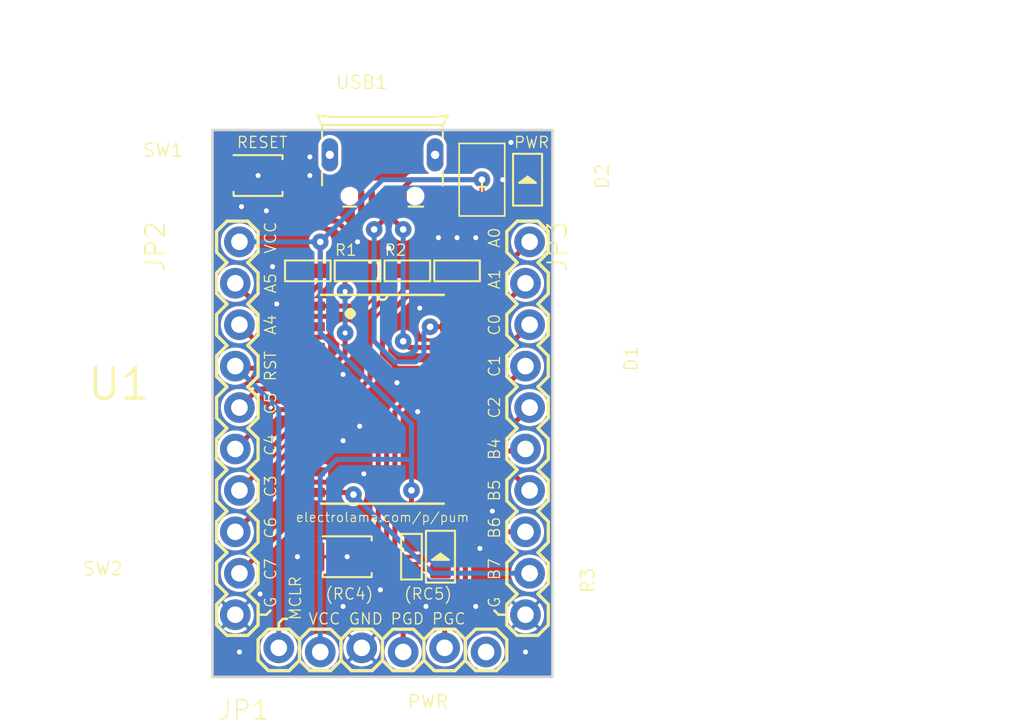
<source format=kicad_pcb>
(kicad_pcb (version 20211014) (generator pcbnew)
  (layers (0 "F.Cu" signal) (31 "B.Cu" signal) (34 "B.Paste" user) (35 "F.Paste" user) (36 "B.SilkS" user "B.Silkscreen") (37 "F.SilkS" user "F.Silkscreen") (38 "B.Mask" user) (39 "F.Mask" user) (44 "Edge.Cuts" user))
  (net 0 "")
  (net 1 "VUSB")
  (net 2 "MCLR")
  (net 3 "RA4")
  (net 4 "RA5")
  (net 5 "RC3")
  (net 6 "RC4")
  (net 7 "RC5")
  (net 8 "RC6")
  (net 9 "RC7")
  (net 10 "RA0/DP")
  (net 11 "RA1/DM")
  (net 12 "RC0/PGD")
  (net 13 "RC1/PGC")
  (net 14 "RC2")
  (net 15 "RB4")
  (net 16 "RB5")
  (net 17 "RB6")
  (net 18 "RB7")
  (net 19 "GND")
  (net 20 "VCC")
  (net 21 "N$1")
  (net 22 "N$3")
  (footprint "eagleBoard:R0603" (layer "F.Cu") (at 150.2791 114.4016)
    (fp_text reference "R3" (at 10.795 2.286 90) (layer "F.SilkS") (effects (font (size 0.801967 0.801967) (thickness 0.087033)) (justify left)))
    (fp_text value "200R 1/10W")
    (pad "1" smd roundrect (at 0 -0.762 270) (size 0.889 0.889) (layers "F.Cu" "F.Paste" "F.Mask") (roundrect_rratio 0.125) (net 20 "VCC"))
    (pad "2" smd roundrect (at 0 0.762 270) (size 0.889 0.889) (layers "F.Cu" "F.Paste" "F.Mask") (roundrect_rratio 0.125) (net 22 "N$3"))
  )
  (footprint "eagleBoard:R0603" (layer "F.Cu") (at 150.0251 96.8756 90)
    (fp_text reference "R2" (at 1.27 0) (layer "F.SilkS") (effects (font (size 0.682879 0.682879) (thickness 0.079121)) (justify right)))
    (fp_text value "200R 1/10W")
    (pad "1" smd roundrect (at 0 -0.762) (size 0.889 0.889) (layers "F.Cu" "F.Paste" "F.Mask") (roundrect_rratio 0.125) (net 7 "RC5"))
    (pad "2" smd roundrect (at 0 0.762) (size 0.889 0.889) (layers "F.Cu" "F.Paste" "F.Mask") (roundrect_rratio 0.125) (net 21 "N$1"))
  )
  (footprint "eagleBoard:1X10_LOCK" (layer "F.Cu") (at 157.3911 95.0976 -90)
    (fp_text reference "JP3" (at -1.3462 -1.8288 90) (layer "F.SilkS") (effects (font (size 1.1557 1.1557) (thickness 0.1143)) (justify right)))
    (fp_text value "M10LOCK")
    (pad "1" thru_hole circle (at 0 -0.127) (size 1.8796 1.8796) (drill 1.016) (layers *.Cu *.Mask) (net 10 "RA0/DP"))
    (pad "2" thru_hole circle (at 2.54 0.127) (size 1.8796 1.8796) (drill 1.016) (layers *.Cu *.Mask) (net 11 "RA1/DM"))
    (pad "3" thru_hole circle (at 5.08 -0.127) (size 1.8796 1.8796) (drill 1.016) (layers *.Cu *.Mask) (net 12 "RC0/PGD"))
    (pad "4" thru_hole circle (at 7.62 0.127) (size 1.8796 1.8796) (drill 1.016) (layers *.Cu *.Mask) (net 13 "RC1/PGC"))
    (pad "5" thru_hole circle (at 10.16 -0.127) (size 1.8796 1.8796) (drill 1.016) (layers *.Cu *.Mask) (net 14 "RC2"))
    (pad "6" thru_hole circle (at 12.7 0.127) (size 1.8796 1.8796) (drill 1.016) (layers *.Cu *.Mask) (net 15 "RB4"))
    (pad "7" thru_hole circle (at 15.24 -0.127) (size 1.8796 1.8796) (drill 1.016) (layers *.Cu *.Mask) (net 16 "RB5"))
    (pad "8" thru_hole circle (at 17.78 0.127) (size 1.8796 1.8796) (drill 1.016) (layers *.Cu *.Mask) (net 17 "RB6"))
    (pad "9" thru_hole circle (at 20.32 -0.127) (size 1.8796 1.8796) (drill 1.016) (layers *.Cu *.Mask) (net 18 "RB7"))
    (pad "10" thru_hole circle (at 22.86 0.127) (size 1.8796 1.8796) (drill 1.016) (layers *.Cu *.Mask) (net 19 "GND"))
  )
  (footprint "eagleBoard:R0603" (layer "F.Cu") (at 146.9771 96.8756 90)
    (fp_text reference "R1" (at 1.27 0) (layer "F.SilkS") (effects (font (size 0.682879 0.682879) (thickness 0.079121)) (justify right)))
    (fp_text value "10K")
    (pad "1" smd roundrect (at 0 -0.762) (size 0.889 0.889) (layers "F.Cu" "F.Paste" "F.Mask") (roundrect_rratio 0.125) (net 2 "MCLR"))
    (pad "2" smd roundrect (at 0 0.762) (size 0.889 0.889) (layers "F.Cu" "F.Paste" "F.Mask") (roundrect_rratio 0.125) (net 20 "VCC"))
  )
  (footprint "eagleBoard:1X10_LOCK" (layer "F.Cu") (at 139.6111 95.0976 -90)
    (fp_text reference "JP2" (at -1.3462 5.0292 90) (layer "F.SilkS") (effects (font (size 1.1557 1.1557) (thickness 0.1143)) (justify right)))
    (fp_text value "M10LOCK")
    (pad "1" thru_hole circle (at 0 -0.127) (size 1.8796 1.8796) (drill 1.016) (layers *.Cu *.Mask) (net 20 "VCC"))
    (pad "2" thru_hole circle (at 2.54 0.127) (size 1.8796 1.8796) (drill 1.016) (layers *.Cu *.Mask) (net 4 "RA5"))
    (pad "3" thru_hole circle (at 5.08 -0.127) (size 1.8796 1.8796) (drill 1.016) (layers *.Cu *.Mask) (net 3 "RA4"))
    (pad "4" thru_hole circle (at 7.62 0.127) (size 1.8796 1.8796) (drill 1.016) (layers *.Cu *.Mask) (net 2 "MCLR"))
    (pad "5" thru_hole circle (at 10.16 -0.127) (size 1.8796 1.8796) (drill 1.016) (layers *.Cu *.Mask) (net 7 "RC5"))
    (pad "6" thru_hole circle (at 12.7 0.127) (size 1.8796 1.8796) (drill 1.016) (layers *.Cu *.Mask) (net 6 "RC4"))
    (pad "7" thru_hole circle (at 15.24 -0.127) (size 1.8796 1.8796) (drill 1.016) (layers *.Cu *.Mask) (net 5 "RC3"))
    (pad "8" thru_hole circle (at 17.78 0.127) (size 1.8796 1.8796) (drill 1.016) (layers *.Cu *.Mask) (net 8 "RC6"))
    (pad "9" thru_hole circle (at 20.32 -0.127) (size 1.8796 1.8796) (drill 1.016) (layers *.Cu *.Mask) (net 9 "RC7"))
    (pad "10" thru_hole circle (at 22.86 0.127) (size 1.8796 1.8796) (drill 1.016) (layers *.Cu *.Mask) (net 19 "GND"))
  )
  (footprint "eagleBoard:C0603" (layer "F.Cu") (at 153.0731 96.8756 -90)
    (fp_text reference "C1")
    (fp_text value "1uf")
    (pad "1" smd roundrect (at 0 -0.762 180) (size 0.889 0.889) (layers "F.Cu" "F.Paste" "F.Mask") (roundrect_rratio 0.125) (net 19 "GND"))
    (pad "2" smd roundrect (at 0 0.762 180) (size 0.889 0.889) (layers "F.Cu" "F.Paste" "F.Mask") (roundrect_rratio 0.125) (net 1 "VUSB"))
  )
  (footprint "eagleBoard:MICRO-USB5+4P-SMD-0.65-B" (layer "F.Cu") (at 148.5011 92.9386 180)
    (fp_text reference "USB1" (at -0.381 7.62) (layer "F.SilkS") (effects (font (size 0.801967 0.801967) (thickness 0.087033)) (justify right)))
    (fp_text value "ST-USB-001G")
    (pad "" np_thru_hole circle (at -2 0.65 180) (size 0.635 0.635) (drill 0.635) (layers *.Cu *.Mask))
    (pad "" np_thru_hole circle (at 2 0.65 180) (size 0.635 0.635) (drill 0.635) (layers *.Cu *.Mask))
    (pad "1" smd roundrect (at -1.3 0.25) (size 0.381 1.524) (layers "F.Cu" "F.Paste" "F.Mask") (net 20 "VCC"))
    (pad "2" smd roundrect (at -0.65 0.25) (size 0.381 1.524) (layers "F.Cu" "F.Paste" "F.Mask") (net 11 "RA1/DM"))
    (pad "3" smd roundrect (at 0 0.25) (size 0.381 1.524) (layers "F.Cu" "F.Paste" "F.Mask") (net 10 "RA0/DP"))
    (pad "4" smd roundrect (at 0.65 0.25) (size 0.381 1.524) (layers "F.Cu" "F.Paste" "F.Mask"))
    (pad "5" smd roundrect (at 1.3 0.25) (size 0.381 1.524) (layers "F.Cu" "F.Paste" "F.Mask") (net 19 "GND"))
    (pad "S1" smd roundrect (at -3.4 0.427 270) (size 1.397 1.6) (layers "F.Cu" "F.Paste" "F.Mask"))
    (pad "S2" thru_hole oval (at -3.2258 3.175 270) (size 2.032 1.016) (drill 0.508) (layers *.Cu *.Mask))
    (pad "S3" smd roundrect (at -1 3.5 180) (size 1.5 1.5) (layers "F.Cu" "F.Paste" "F.Mask"))
    (pad "S4" smd roundrect (at 1 3.5 180) (size 1.5 1.5) (layers "F.Cu" "F.Paste" "F.Mask"))
    (pad "S5" thru_hole oval (at 3.2258 3.175 270) (size 2.032 1.016) (drill 0.508) (layers *.Cu *.Mask))
    (pad "S6" smd roundrect (at 3.4 0.427 270) (size 1.397 1.6) (layers "F.Cu" "F.Paste" "F.Mask"))
    (zone (net 0) (net_name "") (layer "F.Cu") (connect_pads (clearance 0)) (min_thickness 0.254)
      (keepout (tracks not_allowed) (vias not_allowed) (pads not_allowed) (copperpour not_allowed) (footprints allowed))
      (fill (thermal_gap 0.508) (thermal_bridge_width 0.508))
      (polygon (pts (xy 150.0011 91.3386) (xy 147.0011 91.3386) (xy 147.0011 91.7386) (xy 150.0011 91.7386)))
    )
  )
  (footprint "eagleBoard:1X06_LOCK" (layer "F.Cu") (at 142.1511 119.9896)
    (fp_text reference "JP1" (at -3.81 3.81) (layer "F.SilkS") (effects (font (size 1.176528 1.176528) (thickness 0.093472)) (justify left)))
    (fp_text value "")
    (pad "1" thru_hole circle (at 0 0) (size 1.8796 1.8796) (drill 1.016) (layers *.Cu *.Mask) (net 2 "MCLR"))
    (pad "2" thru_hole circle (at 2.54 0.254) (size 1.8796 1.8796) (drill 1.016) (layers *.Cu *.Mask) (net 20 "VCC"))
    (pad "3" thru_hole circle (at 5.08 0) (size 1.8796 1.8796) (drill 1.016) (layers *.Cu *.Mask) (net 19 "GND"))
    (pad "4" thru_hole circle (at 7.62 0.254) (size 1.8796 1.8796) (drill 1.016) (layers *.Cu *.Mask) (net 12 "RC0/PGD"))
    (pad "5" thru_hole circle (at 10.16 0) (size 1.8796 1.8796) (drill 1.016) (layers *.Cu *.Mask) (net 13 "RC1/PGC"))
    (pad "6" thru_hole circle (at 12.7 0.254) (size 1.8796 1.8796) (drill 1.016) (layers *.Cu *.Mask))
  )
  (footprint "eagleBoard:SW2-2.6-3.0X2.5X1.2+0.4MM" (layer "F.Cu") (at 140.8811 91.0336 180)
    (fp_text reference "SW1" (at 4.55 1.548) (layer "F.SilkS") (effects (font (size 0.801967 0.801967) (thickness 0.087033)) (justify right)))
    (fp_text value "B3U-1000P-2P-SMD")
    (pad "1" smd rect (at -1.9 0 270) (size 1.7 1) (layers "F.Cu" "F.Paste" "F.Mask") (net 2 "MCLR"))
    (pad "2" smd rect (at 1.9 0 270) (size 1.7 1) (layers "F.Cu" "F.Paste" "F.Mask") (net 19 "GND"))
  )
  (footprint "eagleBoard:AVX-B" (layer "F.Cu") (at 154.5971 91.2876 90)
    (fp_text reference "C3")
    (fp_text value "22uf")
    (pad "+" smd rect (at -1.4605 0 90) (size 1.143 2.286) (layers "F.Cu" "F.Paste" "F.Mask") (net 20 "VCC"))
    (pad "-" smd rect (at 1.4605 0 270) (size 1.143 2.286) (layers "F.Cu" "F.Paste" "F.Mask") (net 19 "GND"))
  )
  (footprint "eagleBoard:LED-0805" (layer "F.Cu") (at 157.3911 91.2876 90)
    (fp_text reference "D2" (at -0.635 4.572 90) (layer "F.SilkS") (effects (font (size 0.801967 0.801967) (thickness 0.087033)) (justify left)))
    (fp_text value "YELLOW-0805")
    (pad "+" smd roundrect (at -0.889 0 90) (size 0.889 1.27) (layers "F.Cu" "F.Paste" "F.Mask") (roundrect_rratio 0.125) (net 21 "N$1"))
    (pad "-" smd roundrect (at 0.889 0 90) (size 0.889 1.27) (layers "F.Cu" "F.Paste" "F.Mask") (roundrect_rratio 0.125) (net 19 "GND"))
  )
  (footprint "eagleBoard:C0603" (layer "F.Cu") (at 143.9291 96.8756 90)
    (fp_text reference "C2")
    (fp_text value "100nf")
    (pad "1" smd roundrect (at 0 -0.762) (size 0.889 0.889) (layers "F.Cu" "F.Paste" "F.Mask") (roundrect_rratio 0.125) (net 19 "GND"))
    (pad "2" smd roundrect (at 0 0.762) (size 0.889 0.889) (layers "F.Cu" "F.Paste" "F.Mask") (roundrect_rratio 0.125) (net 20 "VCC"))
  )
  (footprint "eagleBoard:LED-0805" (layer "F.Cu") (at 152.0571 114.4016 90)
    (fp_text reference "D1" (at 11.303 11.684 90) (layer "F.SilkS") (effects (font (size 0.801967 0.801967) (thickness 0.087033)) (justify left)))
    (fp_text value "GREEN-0805")
    (pad "+" smd roundrect (at -0.889 0 90) (size 0.889 1.27) (layers "F.Cu" "F.Paste" "F.Mask") (roundrect_rratio 0.125) (net 22 "N$3"))
    (pad "-" smd roundrect (at 0.889 0 90) (size 0.889 1.27) (layers "F.Cu" "F.Paste" "F.Mask") (roundrect_rratio 0.125) (net 19 "GND"))
  )
  (footprint "eagleBoard:SOIC127P1030X265-20N" (layer "F.Cu") (at 148.5011 104.7496)
    (fp_text reference "U1" (at -18.161 -0.9398) (layer "F.SilkS") (effects (font (size 1.895348 1.895348) (thickness 0.187452)) (justify left)))
    (fp_text value "PIC16F1459-I/SO")
    (fp_text user "." (at -2.794 -4.8768) (layer "F.SilkS") (effects (font (size 2.032 2.032) (thickness 0.508)) (justify left bottom)))
    (pad "1" smd rect (at -4.5212 -5.715) (size 1.9812 0.5588) (layers "F.Cu" "F.Paste" "F.Mask") (net 20 "VCC"))
    (pad "2" smd rect (at -4.5212 -4.445) (size 1.9812 0.5588) (layers "F.Cu" "F.Paste" "F.Mask") (net 4 "RA5"))
    (pad "3" smd rect (at -4.5212 -3.175) (size 1.9812 0.5588) (layers "F.Cu" "F.Paste" "F.Mask") (net 3 "RA4"))
    (pad "4" smd rect (at -4.5212 -1.905) (size 1.9812 0.5588) (layers "F.Cu" "F.Paste" "F.Mask") (net 2 "MCLR"))
    (pad "5" smd rect (at -4.5212 -0.635) (size 1.9812 0.5588) (layers "F.Cu" "F.Paste" "F.Mask") (net 7 "RC5"))
    (pad "6" smd rect (at -4.5212 0.635) (size 1.9812 0.5588) (layers "F.Cu" "F.Paste" "F.Mask") (net 6 "RC4"))
    (pad "7" smd rect (at -4.5212 1.905) (size 1.9812 0.5588) (layers "F.Cu" "F.Paste" "F.Mask") (net 5 "RC3"))
    (pad "8" smd rect (at -4.5212 3.175) (size 1.9812 0.5588) (layers "F.Cu" "F.Paste" "F.Mask") (net 8 "RC6"))
    (pad "9" smd rect (at -4.5212 4.445) (size 1.9812 0.5588) (layers "F.Cu" "F.Paste" "F.Mask") (net 9 "RC7"))
    (pad "10" smd rect (at -4.5212 5.715) (size 1.9812 0.5588) (layers "F.Cu" "F.Paste" "F.Mask") (net 18 "RB7"))
    (pad "11" smd rect (at 4.5212 5.715) (size 1.9812 0.5588) (layers "F.Cu" "F.Paste" "F.Mask") (net 17 "RB6"))
    (pad "12" smd rect (at 4.5212 4.445) (size 1.9812 0.5588) (layers "F.Cu" "F.Paste" "F.Mask") (net 16 "RB5"))
    (pad "13" smd rect (at 4.5212 3.175) (size 1.9812 0.5588) (layers "F.Cu" "F.Paste" "F.Mask") (net 15 "RB4"))
    (pad "14" smd rect (at 4.5212 1.905) (size 1.9812 0.5588) (layers "F.Cu" "F.Paste" "F.Mask") (net 14 "RC2"))
    (pad "15" smd rect (at 4.5212 0.635) (size 1.9812 0.5588) (layers "F.Cu" "F.Paste" "F.Mask") (net 13 "RC1/PGC"))
    (pad "16" smd rect (at 4.5212 -0.635) (size 1.9812 0.5588) (layers "F.Cu" "F.Paste" "F.Mask") (net 12 "RC0/PGD"))
    (pad "17" smd rect (at 4.5212 -1.905) (size 1.9812 0.5588) (layers "F.Cu" "F.Paste" "F.Mask") (net 1 "VUSB"))
    (pad "18" smd rect (at 4.5212 -3.175) (size 1.9812 0.5588) (layers "F.Cu" "F.Paste" "F.Mask") (net 11 "RA1/DM"))
    (pad "19" smd rect (at 4.5212 -4.445) (size 1.9812 0.5588) (layers "F.Cu" "F.Paste" "F.Mask") (net 10 "RA0/DP"))
    (pad "20" smd rect (at 4.5212 -5.715) (size 1.9812 0.5588) (layers "F.Cu" "F.Paste" "F.Mask") (net 19 "GND"))
  )
  (footprint "eagleBoard:SW2-2.6-3.0X2.5X1.2+0.4MM" (layer "F.Cu") (at 146.3421 114.4016 180)
    (fp_text reference "SW2" (at 13.694 -0.738) (layer "F.SilkS") (effects (font (size 0.801967 0.801967) (thickness 0.087033)) (justify right)))
    (fp_text value "B3U-1000P-2P-SMD")
    (pad "1" smd rect (at -1.9 0 270) (size 1.7 1) (layers "F.Cu" "F.Paste" "F.Mask") (net 6 "RC4"))
    (pad "2" smd rect (at 1.9 0 270) (size 1.7 1) (layers "F.Cu" "F.Paste" "F.Mask") (net 19 "GND"))
  )
  (gr_line (start 156.1211 117.9576) (end 155.6131 117.9576) (layer "F.SilkS") (width 0.1524))
  (gr_line (start 140.8811 117.9576) (end 141.3891 117.9576) (layer "F.SilkS") (width 0.1524))
  (gr_line (start 155.6131 117.9576) (end 155.3591 117.7036) (layer "F.SilkS") (width 0.1524))
  (gr_line (start 141.3891 117.9576) (end 141.6431 117.7036) (layer "F.SilkS") (width 0.1524))
  (gr_line (start 142.1511 118.4656) (end 142.4051 118.2116) (layer "F.SilkS") (width 0.1524))
  (gr_line (start 142.1511 118.7196) (end 142.1511 118.4656) (layer "F.SilkS") (width 0.1524))
  (gr_line (start 142.4051 118.2116) (end 142.6591 118.2116) (layer "F.SilkS") (width 0.1524))
  (gr_line (start 138.0871 121.7676) (end 158.9151 121.7676) (layer "Edge.Cuts") (width 0.1524))
  (gr_line (start 158.9151 121.7676) (end 158.9151 88.2396) (layer "Edge.Cuts") (width 0.1524))
  (gr_line (start 138.0871 88.2396) (end 138.0871 121.7676) (layer "Edge.Cuts") (width 0.1524))
  (gr_line (start 158.9151 88.2396) (end 138.0871 88.2396) (layer "Edge.Cuts") (width 0.1524))
  (gr_text "G" (at 155.3591 117.1956 90) (layer "F.SilkS") (effects (font (size 0.6858 0.6858) (thickness 0.0762))))
  (gr_text "A1" (at 155.3591 97.3836 90) (layer "F.SilkS") (effects (font (size 0.6858 0.6858) (thickness 0.0762))))
  (gr_text "VCC" (at 144.9451 118.2116) (layer "F.SilkS") (effects (font (size 0.6858 0.6858) (thickness 0.0762))))
  (gr_text "A4" (at 141.6431 100.1776 90) (layer "F.SilkS") (effects (font (size 0.6858 0.6858) (thickness 0.0762))))
  (gr_text "C6" (at 141.6431 112.6236 90) (layer "F.SilkS") (effects (font (size 0.6858 0.6858) (thickness 0.0762))))
  (gr_text "C2" (at 155.3591 105.2576 90) (layer "F.SilkS") (effects (font (size 0.6858 0.6858) (thickness 0.0762))))
  (gr_text "A0" (at 155.3591 94.8436 90) (layer "F.SilkS") (effects (font (size 0.6858 0.6858) (thickness 0.0762))))
  (gr_text "RESET" (at 141.1351 89.0016) (layer "F.SilkS") (effects (font (size 0.6858 0.6858) (thickness 0.0762))))
  (gr_text "PWR" (at 157.6451 89.0016) (layer "F.SilkS") (effects (font (size 0.6858 0.6858) (thickness 0.0762))))
  (gr_text "C0" (at 155.3591 100.1776 90) (layer "F.SilkS") (effects (font (size 0.6858 0.6858) (thickness 0.0762))))
  (gr_text "B5" (at 155.3591 110.3376 90) (layer "F.SilkS") (effects (font (size 0.6858 0.6858) (thickness 0.0762))))
  (gr_text "PGC" (at 152.5651 118.2116) (layer "F.SilkS") (effects (font (size 0.6858 0.6858) (thickness 0.0762))))
  (gr_text "G" (at 141.6431 117.1956 90) (layer "F.SilkS") (effects (font (size 0.6858 0.6858) (thickness 0.0762))))
  (gr_text "(RC5)" (at 151.2951 116.6876) (layer "F.SilkS") (effects (font (size 0.6858 0.6858) (thickness 0.0762))))
  (gr_text "B4" (at 155.3591 107.7976 90) (layer "F.SilkS") (effects (font (size 0.6858 0.6858) (thickness 0.0762))))
  (gr_text "C7" (at 141.6431 115.1636 90) (layer "F.SilkS") (effects (font (size 0.6858 0.6858) (thickness 0.0762))))
  (gr_text "C3" (at 141.6431 110.0836 90) (layer "F.SilkS") (effects (font (size 0.6858 0.6858) (thickness 0.0762))))
  (gr_text "PGD" (at 150.0251 118.2116) (layer "F.SilkS") (effects (font (size 0.6858 0.6858) (thickness 0.0762))))
  (gr_text "PWR" (at 151.2951 123.2916) (layer "F.SilkS") (effects (font (size 0.8001 0.8001) (thickness 0.0889))))
  (gr_text "A5" (at 141.6431 97.6376 90) (layer "F.SilkS") (effects (font (size 0.6858 0.6858) (thickness 0.0762))))
  (gr_text "RST" (at 141.6431 102.7176 90) (layer "F.SilkS") (effects (font (size 0.6858 0.6858) (thickness 0.0762))))
  (gr_text "C5" (at 141.6431 105.0036 90) (layer "F.SilkS") (effects (font (size 0.6858 0.6858) (thickness 0.0762))))
  (gr_text "C4" (at 141.6431 107.5436 90) (layer "F.SilkS") (effects (font (size 0.6858 0.6858) (thickness 0.0762))))
  (gr_text "B6" (at 155.3591 112.6236 90) (layer "F.SilkS") (effects (font (size 0.6858 0.6858) (thickness 0.0762))))
  (gr_text "(RC4)" (at 146.4691 116.6876) (layer "F.SilkS") (effects (font (size 0.6858 0.6858) (thickness 0.0762))))
  (gr_text "VCC" (at 141.6431 94.8436 90) (layer "F.SilkS") (effects (font (size 0.6858 0.6858) (thickness 0.0762))))
  (gr_text "MCLR" (at 143.1671 116.9416 90) (layer "F.SilkS") (effects (font (size 0.6858 0.6858) (thickness 0.0762))))
  (gr_text "GND" (at 147.4851 118.2116) (layer "F.SilkS") (effects (font (size 0.6858 0.6858) (thickness 0.0762))))
  (gr_text "C1" (at 155.3591 102.7176 90) (layer "F.SilkS") (effects (font (size 0.6858 0.6858) (thickness 0.0762))))
  (gr_text "B7" (at 155.3591 115.1636 90) (layer "F.SilkS") (effects (font (size 0.6858 0.6858) (thickness 0.0762))))
  (gr_text "electrolama.com/p/pum" (at 148.5011 111.9886) (layer "F.SilkS") (effects (font (size 0.5715 0.5715) (thickness 0.0635))))
  (segment (start 152.3111 97.6376) (end 151.5491 98.3996) (width 0.3048) (layer "F.Cu") (net 1))
  (segment (start 149.3901 102.8446) (end 148.5011 101.9556) (width 0.3048) (layer "F.Cu") (net 1))
  (segment (start 150.0251 98.3996) (end 148.5011 99.9236) (width 0.3048) (layer "F.Cu") (net 1))
  (segment (start 151.5491 98.3996) (end 150.0251 98.3996) (width 0.3048) (layer "F.Cu") (net 1))
  (segment (start 152.3111 96.8756) (end 152.3111 97.6376) (width 0.3048) (layer "F.Cu") (net 1))
  (segment (start 148.5011 101.9556) (end 148.5011 99.9236) (width 0.3048) (layer "F.Cu") (net 1))
  (segment (start 153.0223 102.8446) (end 149.3901 102.8446) (width 0.3048) (layer "F.Cu") (net 1))
  (segment (start 143.1671 93.8276) (end 145.7071 93.8276) (width 0.3048) (layer "F.Cu") (net 2))
  (segment (start 145.3261 102.8446) (end 146.2151 101.9556) (width 0.3048) (layer "F.Cu") (net 2))
  (segment (start 139.6111 102.8446) (end 139.4841 102.7176) (width 0.3048) (layer "F.Cu") (net 2))
  (segment (start 146.2151 96.8756) (end 146.2151 94.3356) (width 0.3048) (layer "F.Cu") (net 2))
  (segment (start 143.9799 102.8446) (end 139.6111 102.8446) (width 0.3048) (layer "F.Cu") (net 2))
  (segment (start 146.2151 98.1456) (end 146.2151 96.8756) (width 0.3048) (layer "F.Cu") (net 2))
  (segment (start 142.7811 91.0336) (end 142.7811 93.4416) (width 0.3048) (layer "F.Cu") (net 2))
  (segment (start 143.9799 102.8446) (end 145.3261 102.8446) (width 0.3048) (layer "F.Cu") (net 2))
  (segment (start 142.7811 93.4416) (end 143.1671 93.8276) (width 0.3048) (layer "F.Cu") (net 2))
  (segment (start 146.2151 101.9556) (end 146.2151 100.6856) (width 0.3048) (layer "F.Cu") (net 2))
  (segment (start 146.2151 94.3356) (end 145.7071 93.8276) (width 0.3048) (layer "F.Cu") (net 2))
  (via (at 146.2151 100.6856) (size 1.016) (drill 0.3048) (layers "F.Cu" "B.Cu") (net 2))
  (via (at 146.2151 98.1456) (size 1.016) (drill 0.3048) (layers "F.Cu" "B.Cu") (net 2))
  (segment (start 146.2151 100.6856) (end 146.2151 98.1456) (width 0.3048) (layer "B.Cu") (net 2))
  (segment (start 142.1511 105.3846) (end 139.4841 102.7176) (width 0.3048) (layer "B.Cu") (net 2))
  (segment (start 142.1511 119.9896) (end 142.1511 105.3846) (width 0.3048) (layer "B.Cu") (net 2))
  (segment (start 143.9799 101.5746) (end 141.1351 101.5746) (width 0.3048) (layer "F.Cu") (net 3))
  (segment (start 141.1351 101.5746) (end 139.7381 100.1776) (width 0.3048) (layer "F.Cu") (net 3))
  (segment (start 143.9799 100.3046) (end 142.1511 100.3046) (width 0.3048) (layer "F.Cu") (net 4))
  (segment (start 142.1511 100.3046) (end 139.4841 97.6376) (width 0.3048) (layer "F.Cu") (net 4))
  (segment (start 142.7861 106.6546) (end 141.3891 108.0516) (width 0.3048) (layer "F.Cu") (net 5))
  (segment (start 141.3891 108.6866) (end 139.7381 110.3376) (width 0.3048) (layer "F.Cu") (net 5))
  (segment (start 143.9799 106.6546) (end 142.7861 106.6546) (width 0.3048) (layer "F.Cu") (net 5))
  (segment (start 141.3891 108.0516) (end 141.3891 108.6866) (width 0.3048) (layer "F.Cu") (net 5))
  (segment (start 148.2471 106.0196) (end 148.2471 114.3966) (width 0.3048) (layer "F.Cu") (net 6))
  (segment (start 148.2471 114.3966) (end 148.2421 114.4016) (width 0.3048) (layer "F.Cu") (net 6))
  (segment (start 147.6121 105.3846) (end 148.2471 106.0196) (width 0.3048) (layer "F.Cu") (net 6))
  (segment (start 141.8971 105.3846) (end 139.4841 107.7976) (width 0.3048) (layer "F.Cu") (net 6))
  (segment (start 143.9799 105.3846) (end 141.8971 105.3846) (width 0.3048) (layer "F.Cu") (net 6))
  (segment (start 143.9799 105.3846) (end 147.6121 105.3846) (width 0.3048) (layer "F.Cu") (net 6))
  (segment (start 140.8811 104.1146) (end 139.7381 105.2576) (width 0.3048) (layer "F.Cu") (net 7))
  (segment (start 147.7391 99.4156) (end 147.7391 103.4796) (width 0.3048) (layer "F.Cu") (net 7))
  (segment (start 147.1041 104.1146) (end 147.2311 103.9876) (width 0.3048) (layer "F.Cu") (net 7))
  (segment (start 143.9799 104.1146) (end 147.1041 104.1146) (width 0.3048) (layer "F.Cu") (net 7))
  (segment (start 143.9799 104.1146) (end 140.8811 104.1146) (width 0.3048) (layer "F.Cu") (net 7))
  (segment (start 149.2631 97.8916) (end 147.7391 99.4156) (width 0.3048) (layer "F.Cu") (net 7))
  (segment (start 149.2631 96.8756) (end 149.2631 97.8916) (width 0.3048) (layer "F.Cu") (net 7))
  (segment (start 147.7391 103.4796) (end 147.2311 103.9876) (width 0.3048) (layer "F.Cu") (net 7))
  (segment (start 142.7861 107.9246) (end 141.8971 108.8136) (width 0.3048) (layer "F.Cu") (net 8))
  (segment (start 143.9799 107.9246) (end 142.7861 107.9246) (width 0.3048) (layer "F.Cu") (net 8))
  (segment (start 141.8971 110.4646) (end 139.4841 112.8776) (width 0.3048) (layer "F.Cu") (net 8))
  (segment (start 141.8971 108.8136) (end 141.8971 110.4646) (width 0.3048) (layer "F.Cu") (net 8))
  (segment (start 142.4051 112.7506) (end 139.7381 115.4176) (width 0.3048) (layer "F.Cu") (net 9))
  (segment (start 142.4051 109.5756) (end 142.4051 112.7506) (width 0.3048) (layer "F.Cu") (net 9))
  (segment (start 142.7861 109.1946) (end 142.4051 109.5756) (width 0.3048) (layer "F.Cu") (net 9))
  (segment (start 143.9799 109.1946) (end 142.7861 109.1946) (width 0.3048) (layer "F.Cu") (net 9))
  (segment (start 154.5971 99.9236) (end 154.5971 98.0186) (width 0.3048) (layer "F.Cu") (net 10))
  (segment (start 154.2161 100.3046) (end 154.5971 99.9236) (width 0.3048) (layer "F.Cu") (net 10))
  (segment (start 148.5011 93.8276) (end 147.9931 94.3356) (width 0.3048) (layer "F.Cu") (net 10))
  (segment (start 154.5971 98.0186) (end 157.5181 95.0976) (width 0.3048) (layer "F.Cu") (net 10))
  (segment (start 148.5011 92.6886) (end 148.5011 93.8276) (width 0.3048) (layer "F.Cu") (net 10))
  (segment (start 153.0223 100.3046) (end 154.2161 100.3046) (width 0.3048) (layer "F.Cu") (net 10))
  (segment (start 153.0223 100.3046) (end 151.4221 100.3046) (width 0.3048) (layer "F.Cu") (net 10))
  (via (at 151.4221 100.3046) (size 1.016) (drill 0.4064) (layers "F.Cu" "B.Cu") (net 10))
  (via (at 147.9931 94.3356) (size 1.016) (drill 0.4064) (layers "F.Cu" "B.Cu") (net 10))
  (segment (start 147.9931 94.3356) (end 147.9931 101.1936) (width 0.3048) (layer "B.Cu") (net 10))
  (segment (start 151.4221 100.3046) (end 151.0411 100.6856) (width 0.3048) (layer "B.Cu") (net 10))
  (segment (start 151.0411 100.6856) (end 151.0411 101.9556) (width 0.3048) (layer "B.Cu") (net 10))
  (segment (start 151.0411 101.9556) (end 150.5331 102.4636) (width 0.3048) (layer "B.Cu") (net 10))
  (segment (start 150.5331 102.4636) (end 149.7711 102.4636) (width 0.3048) (layer "B.Cu") (net 10))
  (segment (start 149.2631 102.4636) (end 149.7711 102.4636) (width 0.3048) (layer "B.Cu") (net 10))
  (segment (start 147.9931 101.1936) (end 149.2631 102.4636) (width 0.3048) (layer "B.Cu") (net 10))
  (segment (start 153.0223 101.5746) (end 150.1521 101.5746) (width 0.3048) (layer "F.Cu") (net 11))
  (segment (start 149.1511 92.6886) (end 149.1511 93.7156) (width 0.3048) (layer "F.Cu") (net 11))
  (segment (start 154.4701 101.5746) (end 155.1051 100.9396) (width 0.3048) (layer "F.Cu") (net 11))
  (segment (start 149.5171 94.0816) (end 149.7711 94.3356) (width 0.3048) (layer "F.Cu") (net 11))
  (segment (start 155.1051 99.7966) (end 157.2641 97.6376) (width 0.3048) (layer "F.Cu") (net 11))
  (segment (start 150.1521 101.5746) (end 149.7711 101.1936) (width 0.3048) (layer "F.Cu") (net 11))
  (segment (start 155.1051 100.9396) (end 155.1051 99.7966) (width 0.3048) (layer "F.Cu") (net 11))
  (segment (start 149.1511 93.7156) (end 149.5171 94.0816) (width 0.3048) (layer "F.Cu") (net 11))
  (segment (start 153.0223 101.5746) (end 154.4701 101.5746) (width 0.3048) (layer "F.Cu") (net 11))
  (via (at 149.7711 101.1936) (size 1.016) (drill 0.4064) (layers "F.Cu" "B.Cu") (net 11))
  (via (at 149.7711 94.3356) (size 1.016) (drill 0.4064) (layers "F.Cu" "B.Cu") (net 11))
  (segment (start 149.7711 100.6856) (end 149.7711 101.1936) (width 0.3048) (layer "B.Cu") (net 11))
  (segment (start 149.7711 94.3356) (end 149.7711 100.6856) (width 0.3048) (layer "B.Cu") (net 11))
  (segment (start 149.7711 101.1936) (end 149.7711 100.6856) (width 0.3048) (layer "B.Cu") (net 11))
  (segment (start 153.0223 104.1146) (end 154.2161 104.1146) (width 0.3048) (layer "F.Cu") (net 12))
  (segment (start 149.2631 117.4496) (end 149.7711 117.9576) (width 0.3048) (layer "F.Cu") (net 12))
  (segment (start 154.2161 104.1146) (end 154.5971 103.7336) (width 0.3048) (layer "F.Cu") (net 12))
  (segment (start 150.6601 104.1146) (end 149.2631 105.5116) (width 0.3048) (layer "F.Cu") (net 12))
  (segment (start 153.0223 104.1146) (end 150.6601 104.1146) (width 0.3048) (layer "F.Cu") (net 12))
  (segment (start 154.5971 103.7336) (end 154.5971 103.0986) (width 0.3048) (layer "F.Cu") (net 12))
  (segment (start 149.7711 117.9576) (end 149.7711 120.2436) (width 0.3048) (layer "F.Cu") (net 12))
  (segment (start 149.2631 105.5116) (end 149.2631 117.4496) (width 0.3048) (layer "F.Cu") (net 12))
  (segment (start 154.5971 103.0986) (end 157.5181 100.1776) (width 0.3048) (layer "F.Cu") (net 12))
  (segment (start 151.8031 112.1156) (end 151.5491 111.8616) (width 0.3048) (layer "F.Cu") (net 13))
  (segment (start 152.8191 112.1156) (end 151.8031 112.1156) (width 0.3048) (layer "F.Cu") (net 13))
  (segment (start 151.6761 105.3846) (end 151.5491 105.5116) (width 0.3048) (layer "F.Cu") (net 13))
  (segment (start 153.5811 116.4336) (end 153.5811 112.8776) (width 0.3048) (layer "F.Cu") (net 13))
  (segment (start 151.5491 105.5116) (end 151.5491 111.8616) (width 0.3048) (layer "F.Cu") (net 13))
  (segment (start 154.5971 105.3846) (end 157.2641 102.7176) (width 0.3048) (layer "F.Cu") (net 13))
  (segment (start 152.3111 117.7036) (end 153.5811 116.4336) (width 0.3048) (layer "F.Cu") (net 13))
  (segment (start 153.0223 105.3846) (end 154.5971 105.3846) (width 0.3048) (layer "F.Cu") (net 13))
  (segment (start 153.5811 112.8776) (end 152.8191 112.1156) (width 0.3048) (layer "F.Cu") (net 13))
  (segment (start 152.3111 119.9896) (end 152.3111 117.7036) (width 0.3048) (layer "F.Cu") (net 13))
  (segment (start 153.0223 105.3846) (end 151.6761 105.3846) (width 0.3048) (layer "F.Cu") (net 13))
  (segment (start 153.0223 106.6546) (end 156.1211 106.6546) (width 0.3048) (layer "F.Cu") (net 14))
  (segment (start 156.1211 106.6546) (end 157.5181 105.2576) (width 0.3048) (layer "F.Cu") (net 14))
  (segment (start 153.0223 107.9246) (end 157.1371 107.9246) (width 0.3048) (layer "F.Cu") (net 15))
  (segment (start 157.1371 107.9246) (end 157.2641 107.7976) (width 0.3048) (layer "F.Cu") (net 15))
  (segment (start 153.0223 109.1946) (end 156.3751 109.1946) (width 0.3048) (layer "F.Cu") (net 16))
  (segment (start 156.3751 109.1946) (end 157.5181 110.3376) (width 0.3048) (layer "F.Cu") (net 16))
  (segment (start 154.5971 112.8776) (end 157.2641 112.8776) (width 0.3048) (layer "F.Cu") (net 17))
  (segment (start 153.0223 111.3028) (end 154.5971 112.8776) (width 0.3048) (layer "F.Cu") (net 17))
  (segment (start 153.0223 110.4646) (end 153.0223 111.3028) (width 0.3048) (layer "F.Cu") (net 17))
  (segment (start 146.5961 110.4646) (end 146.7231 110.5916) (width 0.3048) (layer "F.Cu") (net 18))
  (segment (start 143.9799 110.4646) (end 146.5961 110.4646) (width 0.3048) (layer "F.Cu") (net 18))
  (via (at 146.7231 110.5916) (size 1.016) (drill 0.4064) (layers "F.Cu" "B.Cu") (net 18))
  (segment (start 151.5491 115.4176) (end 146.7231 110.5916) (width 0.3048) (layer "B.Cu") (net 18))
  (segment (start 157.5181 115.4176) (end 151.5491 115.4176) (width 0.3048) (layer "B.Cu") (net 18))
  (segment (start 146.9771 94.0816) (end 146.9771 95.0976) (width 0.3048) (layer "F.Cu") (net 19))
  (segment (start 147.2011 93.8576) (end 146.9771 94.0816) (width 0.3048) (layer "F.Cu") (net 19))
  (segment (start 147.2011 92.6886) (end 147.2011 93.8576) (width 0.3048) (layer "F.Cu") (net 19))
  (via (at 148.3741 116.4336) (size 1.016) (drill 0.3048) (layers "F.Cu" "B.Cu") (net 19))
  (via (at 144.0561 91.0336) (size 1.016) (drill 0.3048) (layers "F.Cu" "B.Cu") (net 19))
  (via (at 146.0881 117.4496) (size 1.016) (drill 0.3048) (layers "F.Cu" "B.Cu") (net 19))
  (via (at 155.8671 91.2876) (size 1.016) (drill 0.3048) (layers "F.Cu" "B.Cu") (net 19))
  (via (at 139.7381 120.2436) (size 1.016) (drill 0.3048) (layers "F.Cu" "B.Cu") (net 19))
  (via (at 150.6601 105.5116) (size 1.016) (drill 0.3048) (layers "F.Cu" "B.Cu") (net 19))
  (via (at 151.1681 117.4496) (size 1.016) (drill 0.3048) (layers "F.Cu" "B.Cu") (net 19))
  (via (at 151.9301 94.8436) (size 1.016) (drill 0.3048) (layers "F.Cu" "B.Cu") (net 19))
  (via (at 139.8651 92.9386) (size 1.016) (drill 0.3048) (layers "F.Cu" "B.Cu") (net 19))
  (via (at 148.8821 95.4786) (size 1.016) (drill 0.3048) (layers "F.Cu" "B.Cu") (net 19))
  (via (at 147.3581 109.3216) (size 1.016) (drill 0.3048) (layers "F.Cu" "B.Cu") (net 19))
  (via (at 149.3901 103.7336) (size 1.016) (drill 0.3048) (layers "F.Cu" "B.Cu") (net 19))
  (via (at 141.0081 116.6876) (size 1.016) (drill 0.3048) (layers "F.Cu" "B.Cu") (net 19))
  (via (at 141.3891 93.1926) (size 1.016) (drill 0.3048) (layers "F.Cu" "B.Cu") (net 19))
  (via (at 157.2641 120.2436) (size 1.016) (drill 0.3048) (layers "F.Cu" "B.Cu") (net 19))
  (via (at 155.2321 111.6076) (size 1.016) (drill 0.3048) (layers "F.Cu" "B.Cu") (net 19))
  (via (at 143.2941 114.4016) (size 1.016) (drill 0.3048) (layers "F.Cu" "B.Cu") (net 19))
  (via (at 146.9771 95.0976) (size 1.016) (drill 0.3048) (layers "F.Cu" "B.Cu") (net 19))
  (via (at 144.0561 89.8906) (size 1.016) (drill 0.3048) (layers "F.Cu" "B.Cu") (net 19))
  (via (at 146.0881 107.2896) (size 1.016) (drill 0.3048) (layers "F.Cu" "B.Cu") (net 19))
  (via (at 154.4701 113.8936) (size 1.016) (drill 0.3048) (layers "F.Cu" "B.Cu") (net 19))
  (via (at 141.7701 96.6216) (size 1.016) (drill 0.3048) (layers "F.Cu" "B.Cu") (net 19))
  (via (at 154.2161 117.4496) (size 1.016) (drill 0.3048) (layers "F.Cu" "B.Cu") (net 19))
  (via (at 142.0241 98.9076) (size 1.016) (drill 0.3048) (layers "F.Cu" "B.Cu") (net 19))
  (via (at 146.0881 103.2256) (size 1.016) (drill 0.3048) (layers "F.Cu" "B.Cu") (net 19))
  (via (at 153.0731 94.8436) (size 1.016) (drill 0.3048) (layers "F.Cu" "B.Cu") (net 19))
  (via (at 150.7871 99.1616) (size 1.016) (drill 0.3048) (layers "F.Cu" "B.Cu") (net 19))
  (via (at 146.3421 114.4016) (size 1.016) (drill 0.3048) (layers "F.Cu" "B.Cu") (net 19))
  (via (at 147.1041 106.4006) (size 1.016) (drill 0.3048) (layers "F.Cu" "B.Cu") (net 19))
  (via (at 156.3751 89.0016) (size 1.016) (drill 0.3048) (layers "F.Cu" "B.Cu") (net 19))
  (via (at 154.2161 94.8436) (size 1.016) (drill 0.3048) (layers "F.Cu" "B.Cu") (net 19))
  (via (at 140.8811 91.0336) (size 1.016) (drill 0.3048) (layers "F.Cu" "B.Cu") (net 19))
  (segment (start 149.8011 92.6886) (end 149.8011 91.7656) (width 0.3048) (layer "F.Cu") (net 20))
  (segment (start 147.7391 98.1456) (end 147.2311 98.6536) (width 0.3048) (layer "F.Cu") (net 20))
  (segment (start 150.2791 113.6396) (end 150.2791 110.3376) (width 0.3048) (layer "F.Cu") (net 20))
  (segment (start 144.6911 96.8756) (end 144.6911 95.0976) (width 0.3048) (layer "F.Cu") (net 20))
  (segment (start 147.7391 96.8756) (end 147.7391 98.1456) (width 0.3048) (layer "F.Cu") (net 20))
  (segment (start 144.6911 97.6376) (end 144.4371 97.8916) (width 0.3048) (layer "F.Cu") (net 20))
  (segment (start 146.8501 99.0346) (end 143.9799 99.0346) (width 0.3048) (layer "F.Cu") (net 20))
  (segment (start 143.9799 99.0346) (end 143.9799 98.3488) (width 0.3048) (layer "F.Cu") (net 20))
  (segment (start 143.9799 98.3488) (end 144.1831 98.1456) (width 0.3048) (layer "F.Cu") (net 20))
  (segment (start 150.2791 91.2876) (end 154.5971 91.2876) (width 0.3048) (layer "F.Cu") (net 20))
  (segment (start 154.5971 92.7481) (end 154.5971 91.2876) (width 0.3048) (layer "F.Cu") (net 20))
  (segment (start 144.6911 96.8756) (end 144.6911 97.6376) (width 0.3048) (layer "F.Cu") (net 20))
  (segment (start 147.2311 98.6536) (end 146.8501 99.0346) (width 0.3048) (layer "F.Cu") (net 20))
  (segment (start 149.8011 91.7656) (end 150.2791 91.2876) (width 0.3048) (layer "F.Cu") (net 20))
  (segment (start 144.1831 98.1456) (end 144.4371 97.8916) (width 0.3048) (layer "F.Cu") (net 20))
  (via (at 144.6911 95.0976) (size 1.016) (drill 0.4064) (layers "F.Cu" "B.Cu") (net 20))
  (via (at 150.2791 110.3376) (size 1.016) (drill 0.4064) (layers "F.Cu" "B.Cu") (net 20))
  (via (at 154.5971 91.2876) (size 1.016) (drill 0.4064) (layers "F.Cu" "B.Cu") (net 20))
  (segment (start 150.2791 108.4326) (end 150.2791 106.2736) (width 0.3048) (layer "B.Cu") (net 20))
  (segment (start 154.5971 91.2876) (end 148.5011 91.2876) (width 0.3048) (layer "B.Cu") (net 20))
  (segment (start 150.2791 109.3216) (end 150.2791 108.4326) (width 0.3048) (layer "B.Cu") (net 20))
  (segment (start 150.2791 110.3376) (end 150.2791 109.3216) (width 0.3048) (layer "B.Cu") (net 20))
  (segment (start 144.6911 120.2436) (end 144.6911 109.4486) (width 0.3048) (layer "B.Cu") (net 20))
  (segment (start 144.6911 100.6856) (end 144.6911 95.0976) (width 0.3048) (layer "B.Cu") (net 20))
  (segment (start 144.6911 109.4486) (end 145.7071 108.4326) (width 0.3048) (layer "B.Cu") (net 20))
  (segment (start 148.5011 91.2876) (end 144.6911 95.0976) (width 0.3048) (layer "B.Cu") (net 20))
  (segment (start 150.2791 106.2736) (end 144.6911 100.6856) (width 0.3048) (layer "B.Cu") (net 20))
  (segment (start 144.6911 95.0976) (end 139.7381 95.0976) (width 0.3048) (layer "B.Cu") (net 20))
  (segment (start 145.7071 108.4326) (end 150.2791 108.4326) (width 0.3048) (layer "B.Cu") (net 20))
  (segment (start 157.1371 93.8276) (end 151.2951 93.8276) (width 0.3048) (layer "F.Cu") (net 21))
  (segment (start 157.3911 93.5736) (end 157.1371 93.8276) (width 0.3048) (layer "F.Cu") (net 21))
  (segment (start 157.3911 92.1766) (end 157.3911 93.5736) (width 0.3048) (layer "F.Cu") (net 21))
  (segment (start 151.2951 93.8276) (end 150.7871 94.3356) (width 0.3048) (layer "F.Cu") (net 21))
  (segment (start 150.7871 94.3356) (end 150.7871 96.8756) (width 0.3048) (layer "F.Cu") (net 21))
  (segment (start 151.9301 115.1636) (end 152.0571 115.2906) (width 0.3048) (layer "F.Cu") (net 22))
  (segment (start 150.2791 115.1636) (end 151.9301 115.1636) (width 0.3048) (layer "F.Cu") (net 22))
  (zone (net 19) (net_name "GND") (layer "F.Cu") (priority 6) (connect_pads (clearance 0.000001)) (min_thickness 0.0762) (fill yes (thermal_gap 0.2024) (thermal_bridge_width 0.2024))
    (polygon (pts (xy 158.9913 121.8438) (xy 138.0109 121.8438) (xy 138.0109 88.1634) (xy 158.9913 88.1634)))
  )
  (zone (net 19) (net_name "GND") (layer "B.Cu") (priority 6) (connect_pads (clearance 0.000001)) (min_thickness 0.0762) (fill yes (thermal_gap 0.2024) (thermal_bridge_width 0.2024))
    (polygon (pts (xy 158.9913 121.8438) (xy 138.0109 121.8438) (xy 138.0109 88.1634) (xy 158.9913 88.1634)))
  )
)
</source>
